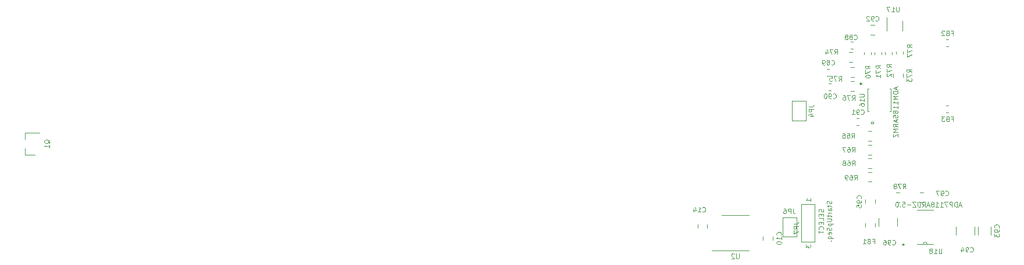
<source format=gbr>
G04 #@! TF.GenerationSoftware,KiCad,Pcbnew,(5.1.2)-1*
G04 #@! TF.CreationDate,2020-09-11T16:18:24+02:00*
G04 #@! TF.ProjectId,AFE_1CH_2V0,4146455f-3143-4485-9f32-56302e6b6963,3.1*
G04 #@! TF.SameCoordinates,Original*
G04 #@! TF.FileFunction,Legend,Bot*
G04 #@! TF.FilePolarity,Positive*
%FSLAX46Y46*%
G04 Gerber Fmt 4.6, Leading zero omitted, Abs format (unit mm)*
G04 Created by KiCad (PCBNEW (5.1.2)-1) date 2020-09-11 16:18:24*
%MOMM*%
%LPD*%
G04 APERTURE LIST*
%ADD10C,0.100000*%
G04 APERTURE END LIST*
D10*
X212496833Y-82340666D02*
X212530166Y-82440666D01*
X212530166Y-82607333D01*
X212496833Y-82674000D01*
X212463500Y-82707333D01*
X212396833Y-82740666D01*
X212330166Y-82740666D01*
X212263500Y-82707333D01*
X212230166Y-82674000D01*
X212196833Y-82607333D01*
X212163500Y-82474000D01*
X212130166Y-82407333D01*
X212096833Y-82374000D01*
X212030166Y-82340666D01*
X211963500Y-82340666D01*
X211896833Y-82374000D01*
X211863500Y-82407333D01*
X211830166Y-82474000D01*
X211830166Y-82640666D01*
X211863500Y-82740666D01*
X212163500Y-83040666D02*
X212163500Y-83274000D01*
X212530166Y-83374000D02*
X212530166Y-83040666D01*
X211830166Y-83040666D01*
X211830166Y-83374000D01*
X212530166Y-84007333D02*
X212530166Y-83674000D01*
X211830166Y-83674000D01*
X212163500Y-84240666D02*
X212163500Y-84474000D01*
X212530166Y-84574000D02*
X212530166Y-84240666D01*
X211830166Y-84240666D01*
X211830166Y-84574000D01*
X212463500Y-85274000D02*
X212496833Y-85240666D01*
X212530166Y-85140666D01*
X212530166Y-85074000D01*
X212496833Y-84974000D01*
X212430166Y-84907333D01*
X212363500Y-84874000D01*
X212230166Y-84840666D01*
X212130166Y-84840666D01*
X211996833Y-84874000D01*
X211930166Y-84907333D01*
X211863500Y-84974000D01*
X211830166Y-85074000D01*
X211830166Y-85140666D01*
X211863500Y-85240666D01*
X211896833Y-85274000D01*
X211830166Y-85474000D02*
X211830166Y-85874000D01*
X212530166Y-85674000D02*
X211830166Y-85674000D01*
X213646833Y-81140666D02*
X213680166Y-81240666D01*
X213680166Y-81407333D01*
X213646833Y-81474000D01*
X213613500Y-81507333D01*
X213546833Y-81540666D01*
X213480166Y-81540666D01*
X213413500Y-81507333D01*
X213380166Y-81474000D01*
X213346833Y-81407333D01*
X213313500Y-81274000D01*
X213280166Y-81207333D01*
X213246833Y-81174000D01*
X213180166Y-81140666D01*
X213113500Y-81140666D01*
X213046833Y-81174000D01*
X213013500Y-81207333D01*
X212980166Y-81274000D01*
X212980166Y-81440666D01*
X213013500Y-81540666D01*
X213213500Y-81740666D02*
X213213500Y-82007333D01*
X212980166Y-81840666D02*
X213580166Y-81840666D01*
X213646833Y-81874000D01*
X213680166Y-81940666D01*
X213680166Y-82007333D01*
X213680166Y-82540666D02*
X213313500Y-82540666D01*
X213246833Y-82507333D01*
X213213500Y-82440666D01*
X213213500Y-82307333D01*
X213246833Y-82240666D01*
X213646833Y-82540666D02*
X213680166Y-82474000D01*
X213680166Y-82307333D01*
X213646833Y-82240666D01*
X213580166Y-82207333D01*
X213513500Y-82207333D01*
X213446833Y-82240666D01*
X213413500Y-82307333D01*
X213413500Y-82474000D01*
X213380166Y-82540666D01*
X213680166Y-82874000D02*
X213213500Y-82874000D01*
X213346833Y-82874000D02*
X213280166Y-82907333D01*
X213246833Y-82940666D01*
X213213500Y-83007333D01*
X213213500Y-83074000D01*
X213213500Y-83207333D02*
X213213500Y-83474000D01*
X212980166Y-83307333D02*
X213580166Y-83307333D01*
X213646833Y-83340666D01*
X213680166Y-83407333D01*
X213680166Y-83474000D01*
X212980166Y-83707333D02*
X213546833Y-83707333D01*
X213613500Y-83740666D01*
X213646833Y-83774000D01*
X213680166Y-83840666D01*
X213680166Y-83974000D01*
X213646833Y-84040666D01*
X213613500Y-84074000D01*
X213546833Y-84107333D01*
X212980166Y-84107333D01*
X213213500Y-84440666D02*
X213913500Y-84440666D01*
X213246833Y-84440666D02*
X213213500Y-84507333D01*
X213213500Y-84640666D01*
X213246833Y-84707333D01*
X213280166Y-84740666D01*
X213346833Y-84774000D01*
X213546833Y-84774000D01*
X213613500Y-84740666D01*
X213646833Y-84707333D01*
X213680166Y-84640666D01*
X213680166Y-84507333D01*
X213646833Y-84440666D01*
X213646833Y-85040666D02*
X213680166Y-85140666D01*
X213680166Y-85307333D01*
X213646833Y-85374000D01*
X213613500Y-85407333D01*
X213546833Y-85440666D01*
X213480166Y-85440666D01*
X213413500Y-85407333D01*
X213380166Y-85374000D01*
X213346833Y-85307333D01*
X213313500Y-85174000D01*
X213280166Y-85107333D01*
X213246833Y-85074000D01*
X213180166Y-85040666D01*
X213113500Y-85040666D01*
X213046833Y-85074000D01*
X213013500Y-85107333D01*
X212980166Y-85174000D01*
X212980166Y-85340666D01*
X213013500Y-85440666D01*
X213646833Y-86007333D02*
X213680166Y-85940666D01*
X213680166Y-85807333D01*
X213646833Y-85740666D01*
X213580166Y-85707333D01*
X213313500Y-85707333D01*
X213246833Y-85740666D01*
X213213500Y-85807333D01*
X213213500Y-85940666D01*
X213246833Y-86007333D01*
X213313500Y-86040666D01*
X213380166Y-86040666D01*
X213446833Y-85707333D01*
X213213500Y-86640666D02*
X213913500Y-86640666D01*
X213646833Y-86640666D02*
X213680166Y-86574000D01*
X213680166Y-86440666D01*
X213646833Y-86374000D01*
X213613500Y-86340666D01*
X213546833Y-86307333D01*
X213346833Y-86307333D01*
X213280166Y-86340666D01*
X213246833Y-86374000D01*
X213213500Y-86440666D01*
X213213500Y-86574000D01*
X213246833Y-86640666D01*
X213613500Y-86974000D02*
X213646833Y-87007333D01*
X213680166Y-86974000D01*
X213646833Y-86940666D01*
X213613500Y-86974000D01*
X213680166Y-86974000D01*
X199679600Y-88366000D02*
X196229600Y-88366000D01*
X199679600Y-88366000D02*
X201629600Y-88366000D01*
X199679600Y-83246000D02*
X197729600Y-83246000D01*
X199679600Y-83246000D02*
X201629600Y-83246000D01*
X203709200Y-86821778D02*
X203709200Y-86304622D01*
X205129200Y-86821778D02*
X205129200Y-86304622D01*
X194184200Y-85048578D02*
X194184200Y-84531422D01*
X195604200Y-85048578D02*
X195604200Y-84531422D01*
X207940400Y-69370400D02*
X209940400Y-69370400D01*
X207940400Y-66570400D02*
X207940400Y-69370400D01*
X209940400Y-66570400D02*
X207940400Y-66570400D01*
X209940400Y-69370400D02*
X209940400Y-66570400D01*
X208568800Y-86337600D02*
X208568800Y-83537600D01*
X208568800Y-83537600D02*
X206568800Y-83537600D01*
X206568800Y-83537600D02*
X206568800Y-86337600D01*
X206568800Y-86337600D02*
X208568800Y-86337600D01*
X216824779Y-57859200D02*
X216499221Y-57859200D01*
X216824779Y-58879200D02*
X216499221Y-58879200D01*
X213370379Y-62892400D02*
X213044821Y-62892400D01*
X213370379Y-61872400D02*
X213044821Y-61872400D01*
X213624379Y-63955200D02*
X213298821Y-63955200D01*
X213624379Y-64975200D02*
X213298821Y-64975200D01*
X219917778Y-55474800D02*
X219400622Y-55474800D01*
X219917778Y-56894800D02*
X219400622Y-56894800D01*
X236876000Y-86085764D02*
X236876000Y-84881636D01*
X235056000Y-86085764D02*
X235056000Y-84881636D01*
X234532000Y-86085764D02*
X234532000Y-84881636D01*
X231812000Y-86085764D02*
X231812000Y-84881636D01*
X220013600Y-81475078D02*
X220013600Y-80957922D01*
X218593600Y-81475078D02*
X218593600Y-80957922D01*
X220534400Y-84815764D02*
X220534400Y-83611636D01*
X223254400Y-84815764D02*
X223254400Y-83611636D01*
X226563422Y-79947700D02*
X227080578Y-79947700D01*
X226563422Y-81367700D02*
X227080578Y-81367700D01*
X220013600Y-84929478D02*
X220013600Y-84412322D01*
X218593600Y-84929478D02*
X218593600Y-84412322D01*
X96217200Y-74376400D02*
X96217200Y-73446400D01*
X96217200Y-71216400D02*
X96217200Y-72146400D01*
X96217200Y-71216400D02*
X98377200Y-71216400D01*
X96217200Y-74376400D02*
X97677200Y-74376400D01*
X218994222Y-70968800D02*
X219511378Y-70968800D01*
X218994222Y-72388800D02*
X219511378Y-72388800D01*
X218994222Y-74370000D02*
X219511378Y-74370000D01*
X218994222Y-72950000D02*
X219511378Y-72950000D01*
X218994222Y-74931200D02*
X219511378Y-74931200D01*
X218994222Y-76351200D02*
X219511378Y-76351200D01*
X218994222Y-78332400D02*
X219511378Y-78332400D01*
X218994222Y-76912400D02*
X219511378Y-76912400D01*
X219458000Y-59751179D02*
X219458000Y-59425621D01*
X218438000Y-59751179D02*
X218438000Y-59425621D01*
X220982000Y-59425621D02*
X220982000Y-59751179D01*
X219962000Y-59425621D02*
X219962000Y-59751179D01*
X221486000Y-59725679D02*
X221486000Y-59400121D01*
X222506000Y-59725679D02*
X222506000Y-59400121D01*
X222657600Y-63047378D02*
X222657600Y-62530222D01*
X224077600Y-63047378D02*
X224077600Y-62530222D01*
X216717378Y-60857200D02*
X216200222Y-60857200D01*
X216717378Y-59437200D02*
X216200222Y-59437200D01*
X216971378Y-61621600D02*
X216454222Y-61621600D01*
X216971378Y-63041600D02*
X216454222Y-63041600D01*
X216971378Y-63653600D02*
X216454222Y-63653600D01*
X216971378Y-65073600D02*
X216454222Y-65073600D01*
X223060800Y-59374821D02*
X223060800Y-59700379D01*
X224080800Y-59374821D02*
X224080800Y-59700379D01*
X223081322Y-81367700D02*
X223598478Y-81367700D01*
X223081322Y-79947700D02*
X223598478Y-79947700D01*
X222300800Y-64719200D02*
X222300800Y-68072000D01*
X222300800Y-68072000D02*
X222122241Y-68072000D01*
X218948000Y-68072000D02*
X218948000Y-64719200D01*
X218948000Y-64719200D02*
X219126559Y-64719200D01*
X222122241Y-64719200D02*
X222300800Y-64719200D01*
X219126559Y-68072000D02*
X218948000Y-68072000D01*
X219433899Y-69831699D02*
X219814899Y-69831699D01*
X219814899Y-69831699D02*
X219814899Y-69577699D01*
X219814899Y-69577699D02*
X219433899Y-69577699D01*
X219433899Y-69577699D02*
X219433899Y-69831699D01*
X221699600Y-56260000D02*
X221699600Y-54360000D01*
X224019600Y-54860000D02*
X224019600Y-56260000D01*
X226150696Y-82473800D02*
X228509304Y-82473800D01*
X228509304Y-87477600D02*
X226150696Y-87477600D01*
X227025200Y-87477600D02*
G75*
G02X227634800Y-87477600I304800J0D01*
G01*
X217688379Y-69086000D02*
X217362821Y-69086000D01*
X217688379Y-70106000D02*
X217362821Y-70106000D01*
X211262000Y-81578000D02*
X209312000Y-81578000D01*
X211262000Y-87078000D02*
X211262000Y-81578000D01*
X209312000Y-87078000D02*
X211262000Y-87078000D01*
X209312000Y-81578000D02*
X209312000Y-87078000D01*
X230731279Y-58612500D02*
X230405721Y-58612500D01*
X230731279Y-57592500D02*
X230405721Y-57592500D01*
X230405721Y-68264500D02*
X230731279Y-68264500D01*
X230405721Y-67244500D02*
X230731279Y-67244500D01*
X200212933Y-88822666D02*
X200212933Y-89389333D01*
X200179600Y-89456000D01*
X200146266Y-89489333D01*
X200079600Y-89522666D01*
X199946266Y-89522666D01*
X199879600Y-89489333D01*
X199846266Y-89456000D01*
X199812933Y-89389333D01*
X199812933Y-88822666D01*
X199512933Y-88889333D02*
X199479600Y-88856000D01*
X199412933Y-88822666D01*
X199246266Y-88822666D01*
X199179600Y-88856000D01*
X199146266Y-88889333D01*
X199112933Y-88956000D01*
X199112933Y-89022666D01*
X199146266Y-89122666D01*
X199546266Y-89522666D01*
X199112933Y-89522666D01*
X206319200Y-86113200D02*
X206352533Y-86079866D01*
X206385866Y-85979866D01*
X206385866Y-85913200D01*
X206352533Y-85813200D01*
X206285866Y-85746533D01*
X206219200Y-85713200D01*
X206085866Y-85679866D01*
X205985866Y-85679866D01*
X205852533Y-85713200D01*
X205785866Y-85746533D01*
X205719200Y-85813200D01*
X205685866Y-85913200D01*
X205685866Y-85979866D01*
X205719200Y-86079866D01*
X205752533Y-86113200D01*
X206385866Y-86779866D02*
X206385866Y-86379866D01*
X206385866Y-86579866D02*
X205685866Y-86579866D01*
X205785866Y-86513200D01*
X205852533Y-86446533D01*
X205885866Y-86379866D01*
X205685866Y-87213200D02*
X205685866Y-87279866D01*
X205719200Y-87346533D01*
X205752533Y-87379866D01*
X205819200Y-87413200D01*
X205952533Y-87446533D01*
X206119200Y-87446533D01*
X206252533Y-87413200D01*
X206319200Y-87379866D01*
X206352533Y-87346533D01*
X206385866Y-87279866D01*
X206385866Y-87213200D01*
X206352533Y-87146533D01*
X206319200Y-87113200D01*
X206252533Y-87079866D01*
X206119200Y-87046533D01*
X205952533Y-87046533D01*
X205819200Y-87079866D01*
X205752533Y-87113200D01*
X205719200Y-87146533D01*
X205685866Y-87213200D01*
X194900200Y-82678000D02*
X194933533Y-82711333D01*
X195033533Y-82744666D01*
X195100200Y-82744666D01*
X195200200Y-82711333D01*
X195266866Y-82644666D01*
X195300200Y-82578000D01*
X195333533Y-82444666D01*
X195333533Y-82344666D01*
X195300200Y-82211333D01*
X195266866Y-82144666D01*
X195200200Y-82078000D01*
X195100200Y-82044666D01*
X195033533Y-82044666D01*
X194933533Y-82078000D01*
X194900200Y-82111333D01*
X194233533Y-82744666D02*
X194633533Y-82744666D01*
X194433533Y-82744666D02*
X194433533Y-82044666D01*
X194500200Y-82144666D01*
X194566866Y-82211333D01*
X194633533Y-82244666D01*
X193633533Y-82278000D02*
X193633533Y-82744666D01*
X193800200Y-82011333D02*
X193966866Y-82511333D01*
X193533533Y-82511333D01*
X210357066Y-67387066D02*
X210857066Y-67387066D01*
X210957066Y-67353733D01*
X211023733Y-67287066D01*
X211057066Y-67187066D01*
X211057066Y-67120400D01*
X211057066Y-67720400D02*
X210357066Y-67720400D01*
X210357066Y-67987066D01*
X210390400Y-68053733D01*
X210423733Y-68087066D01*
X210490400Y-68120400D01*
X210590400Y-68120400D01*
X210657066Y-68087066D01*
X210690400Y-68053733D01*
X210723733Y-67987066D01*
X210723733Y-67720400D01*
X210590400Y-68720400D02*
X211057066Y-68720400D01*
X210323733Y-68553733D02*
X210823733Y-68387066D01*
X210823733Y-68820400D01*
X208101333Y-82268266D02*
X208101333Y-82768266D01*
X208134666Y-82868266D01*
X208201333Y-82934933D01*
X208301333Y-82968266D01*
X208368000Y-82968266D01*
X207768000Y-82968266D02*
X207768000Y-82268266D01*
X207501333Y-82268266D01*
X207434666Y-82301600D01*
X207401333Y-82334933D01*
X207368000Y-82401600D01*
X207368000Y-82501600D01*
X207401333Y-82568266D01*
X207434666Y-82601600D01*
X207501333Y-82634933D01*
X207768000Y-82634933D01*
X206768000Y-82268266D02*
X206901333Y-82268266D01*
X206968000Y-82301600D01*
X207001333Y-82334933D01*
X207068000Y-82434933D01*
X207101333Y-82568266D01*
X207101333Y-82834933D01*
X207068000Y-82901600D01*
X207034666Y-82934933D01*
X206968000Y-82968266D01*
X206834666Y-82968266D01*
X206768000Y-82934933D01*
X206734666Y-82901600D01*
X206701333Y-82834933D01*
X206701333Y-82668266D01*
X206734666Y-82601600D01*
X206768000Y-82568266D01*
X206834666Y-82534933D01*
X206968000Y-82534933D01*
X207034666Y-82568266D01*
X207068000Y-82601600D01*
X207101333Y-82668266D01*
X216959600Y-57501600D02*
X216992933Y-57534933D01*
X217092933Y-57568266D01*
X217159600Y-57568266D01*
X217259600Y-57534933D01*
X217326266Y-57468266D01*
X217359600Y-57401600D01*
X217392933Y-57268266D01*
X217392933Y-57168266D01*
X217359600Y-57034933D01*
X217326266Y-56968266D01*
X217259600Y-56901600D01*
X217159600Y-56868266D01*
X217092933Y-56868266D01*
X216992933Y-56901600D01*
X216959600Y-56934933D01*
X216559600Y-57168266D02*
X216626266Y-57134933D01*
X216659600Y-57101600D01*
X216692933Y-57034933D01*
X216692933Y-57001600D01*
X216659600Y-56934933D01*
X216626266Y-56901600D01*
X216559600Y-56868266D01*
X216426266Y-56868266D01*
X216359600Y-56901600D01*
X216326266Y-56934933D01*
X216292933Y-57001600D01*
X216292933Y-57034933D01*
X216326266Y-57101600D01*
X216359600Y-57134933D01*
X216426266Y-57168266D01*
X216559600Y-57168266D01*
X216626266Y-57201600D01*
X216659600Y-57234933D01*
X216692933Y-57301600D01*
X216692933Y-57434933D01*
X216659600Y-57501600D01*
X216626266Y-57534933D01*
X216559600Y-57568266D01*
X216426266Y-57568266D01*
X216359600Y-57534933D01*
X216326266Y-57501600D01*
X216292933Y-57434933D01*
X216292933Y-57301600D01*
X216326266Y-57234933D01*
X216359600Y-57201600D01*
X216426266Y-57168266D01*
X215892933Y-57168266D02*
X215959600Y-57134933D01*
X215992933Y-57101600D01*
X216026266Y-57034933D01*
X216026266Y-57001600D01*
X215992933Y-56934933D01*
X215959600Y-56901600D01*
X215892933Y-56868266D01*
X215759600Y-56868266D01*
X215692933Y-56901600D01*
X215659600Y-56934933D01*
X215626266Y-57001600D01*
X215626266Y-57034933D01*
X215659600Y-57101600D01*
X215692933Y-57134933D01*
X215759600Y-57168266D01*
X215892933Y-57168266D01*
X215959600Y-57201600D01*
X215992933Y-57234933D01*
X216026266Y-57301600D01*
X216026266Y-57434933D01*
X215992933Y-57501600D01*
X215959600Y-57534933D01*
X215892933Y-57568266D01*
X215759600Y-57568266D01*
X215692933Y-57534933D01*
X215659600Y-57501600D01*
X215626266Y-57434933D01*
X215626266Y-57301600D01*
X215659600Y-57234933D01*
X215692933Y-57201600D01*
X215759600Y-57168266D01*
X213657600Y-61202400D02*
X213690933Y-61235733D01*
X213790933Y-61269066D01*
X213857600Y-61269066D01*
X213957600Y-61235733D01*
X214024266Y-61169066D01*
X214057600Y-61102400D01*
X214090933Y-60969066D01*
X214090933Y-60869066D01*
X214057600Y-60735733D01*
X214024266Y-60669066D01*
X213957600Y-60602400D01*
X213857600Y-60569066D01*
X213790933Y-60569066D01*
X213690933Y-60602400D01*
X213657600Y-60635733D01*
X213257600Y-60869066D02*
X213324266Y-60835733D01*
X213357600Y-60802400D01*
X213390933Y-60735733D01*
X213390933Y-60702400D01*
X213357600Y-60635733D01*
X213324266Y-60602400D01*
X213257600Y-60569066D01*
X213124266Y-60569066D01*
X213057600Y-60602400D01*
X213024266Y-60635733D01*
X212990933Y-60702400D01*
X212990933Y-60735733D01*
X213024266Y-60802400D01*
X213057600Y-60835733D01*
X213124266Y-60869066D01*
X213257600Y-60869066D01*
X213324266Y-60902400D01*
X213357600Y-60935733D01*
X213390933Y-61002400D01*
X213390933Y-61135733D01*
X213357600Y-61202400D01*
X213324266Y-61235733D01*
X213257600Y-61269066D01*
X213124266Y-61269066D01*
X213057600Y-61235733D01*
X213024266Y-61202400D01*
X212990933Y-61135733D01*
X212990933Y-61002400D01*
X213024266Y-60935733D01*
X213057600Y-60902400D01*
X213124266Y-60869066D01*
X212657600Y-61269066D02*
X212524266Y-61269066D01*
X212457600Y-61235733D01*
X212424266Y-61202400D01*
X212357600Y-61102400D01*
X212324266Y-60969066D01*
X212324266Y-60702400D01*
X212357600Y-60635733D01*
X212390933Y-60602400D01*
X212457600Y-60569066D01*
X212590933Y-60569066D01*
X212657600Y-60602400D01*
X212690933Y-60635733D01*
X212724266Y-60702400D01*
X212724266Y-60869066D01*
X212690933Y-60935733D01*
X212657600Y-60969066D01*
X212590933Y-61002400D01*
X212457600Y-61002400D01*
X212390933Y-60969066D01*
X212357600Y-60935733D01*
X212324266Y-60869066D01*
X213911600Y-66086800D02*
X213944933Y-66120133D01*
X214044933Y-66153466D01*
X214111600Y-66153466D01*
X214211600Y-66120133D01*
X214278266Y-66053466D01*
X214311600Y-65986800D01*
X214344933Y-65853466D01*
X214344933Y-65753466D01*
X214311600Y-65620133D01*
X214278266Y-65553466D01*
X214211600Y-65486800D01*
X214111600Y-65453466D01*
X214044933Y-65453466D01*
X213944933Y-65486800D01*
X213911600Y-65520133D01*
X213578266Y-66153466D02*
X213444933Y-66153466D01*
X213378266Y-66120133D01*
X213344933Y-66086800D01*
X213278266Y-65986800D01*
X213244933Y-65853466D01*
X213244933Y-65586800D01*
X213278266Y-65520133D01*
X213311600Y-65486800D01*
X213378266Y-65453466D01*
X213511600Y-65453466D01*
X213578266Y-65486800D01*
X213611600Y-65520133D01*
X213644933Y-65586800D01*
X213644933Y-65753466D01*
X213611600Y-65820133D01*
X213578266Y-65853466D01*
X213511600Y-65886800D01*
X213378266Y-65886800D01*
X213311600Y-65853466D01*
X213278266Y-65820133D01*
X213244933Y-65753466D01*
X212811600Y-65453466D02*
X212744933Y-65453466D01*
X212678266Y-65486800D01*
X212644933Y-65520133D01*
X212611600Y-65586800D01*
X212578266Y-65720133D01*
X212578266Y-65886800D01*
X212611600Y-66020133D01*
X212644933Y-66086800D01*
X212678266Y-66120133D01*
X212744933Y-66153466D01*
X212811600Y-66153466D01*
X212878266Y-66120133D01*
X212911600Y-66086800D01*
X212944933Y-66020133D01*
X212978266Y-65886800D01*
X212978266Y-65720133D01*
X212944933Y-65586800D01*
X212911600Y-65520133D01*
X212878266Y-65486800D01*
X212811600Y-65453466D01*
X220109200Y-54784800D02*
X220142533Y-54818133D01*
X220242533Y-54851466D01*
X220309200Y-54851466D01*
X220409200Y-54818133D01*
X220475866Y-54751466D01*
X220509200Y-54684800D01*
X220542533Y-54551466D01*
X220542533Y-54451466D01*
X220509200Y-54318133D01*
X220475866Y-54251466D01*
X220409200Y-54184800D01*
X220309200Y-54151466D01*
X220242533Y-54151466D01*
X220142533Y-54184800D01*
X220109200Y-54218133D01*
X219775866Y-54851466D02*
X219642533Y-54851466D01*
X219575866Y-54818133D01*
X219542533Y-54784800D01*
X219475866Y-54684800D01*
X219442533Y-54551466D01*
X219442533Y-54284800D01*
X219475866Y-54218133D01*
X219509200Y-54184800D01*
X219575866Y-54151466D01*
X219709200Y-54151466D01*
X219775866Y-54184800D01*
X219809200Y-54218133D01*
X219842533Y-54284800D01*
X219842533Y-54451466D01*
X219809200Y-54518133D01*
X219775866Y-54551466D01*
X219709200Y-54584800D01*
X219575866Y-54584800D01*
X219509200Y-54551466D01*
X219475866Y-54518133D01*
X219442533Y-54451466D01*
X219175866Y-54218133D02*
X219142533Y-54184800D01*
X219075866Y-54151466D01*
X218909200Y-54151466D01*
X218842533Y-54184800D01*
X218809200Y-54218133D01*
X218775866Y-54284800D01*
X218775866Y-54351466D01*
X218809200Y-54451466D01*
X219209200Y-54851466D01*
X218775866Y-54851466D01*
X238036000Y-85033700D02*
X238069333Y-85000366D01*
X238102666Y-84900366D01*
X238102666Y-84833700D01*
X238069333Y-84733700D01*
X238002666Y-84667033D01*
X237936000Y-84633700D01*
X237802666Y-84600366D01*
X237702666Y-84600366D01*
X237569333Y-84633700D01*
X237502666Y-84667033D01*
X237436000Y-84733700D01*
X237402666Y-84833700D01*
X237402666Y-84900366D01*
X237436000Y-85000366D01*
X237469333Y-85033700D01*
X238102666Y-85367033D02*
X238102666Y-85500366D01*
X238069333Y-85567033D01*
X238036000Y-85600366D01*
X237936000Y-85667033D01*
X237802666Y-85700366D01*
X237536000Y-85700366D01*
X237469333Y-85667033D01*
X237436000Y-85633700D01*
X237402666Y-85567033D01*
X237402666Y-85433700D01*
X237436000Y-85367033D01*
X237469333Y-85333700D01*
X237536000Y-85300366D01*
X237702666Y-85300366D01*
X237769333Y-85333700D01*
X237802666Y-85367033D01*
X237836000Y-85433700D01*
X237836000Y-85567033D01*
X237802666Y-85633700D01*
X237769333Y-85667033D01*
X237702666Y-85700366D01*
X237402666Y-85933700D02*
X237402666Y-86367033D01*
X237669333Y-86133700D01*
X237669333Y-86233700D01*
X237702666Y-86300366D01*
X237736000Y-86333700D01*
X237802666Y-86367033D01*
X237969333Y-86367033D01*
X238036000Y-86333700D01*
X238069333Y-86300366D01*
X238102666Y-86233700D01*
X238102666Y-86033700D01*
X238069333Y-85967033D01*
X238036000Y-85933700D01*
X233876000Y-88515000D02*
X233909333Y-88548333D01*
X234009333Y-88581666D01*
X234076000Y-88581666D01*
X234176000Y-88548333D01*
X234242666Y-88481666D01*
X234276000Y-88415000D01*
X234309333Y-88281666D01*
X234309333Y-88181666D01*
X234276000Y-88048333D01*
X234242666Y-87981666D01*
X234176000Y-87915000D01*
X234076000Y-87881666D01*
X234009333Y-87881666D01*
X233909333Y-87915000D01*
X233876000Y-87948333D01*
X233542666Y-88581666D02*
X233409333Y-88581666D01*
X233342666Y-88548333D01*
X233309333Y-88515000D01*
X233242666Y-88415000D01*
X233209333Y-88281666D01*
X233209333Y-88015000D01*
X233242666Y-87948333D01*
X233276000Y-87915000D01*
X233342666Y-87881666D01*
X233476000Y-87881666D01*
X233542666Y-87915000D01*
X233576000Y-87948333D01*
X233609333Y-88015000D01*
X233609333Y-88181666D01*
X233576000Y-88248333D01*
X233542666Y-88281666D01*
X233476000Y-88315000D01*
X233342666Y-88315000D01*
X233276000Y-88281666D01*
X233242666Y-88248333D01*
X233209333Y-88181666D01*
X232609333Y-88115000D02*
X232609333Y-88581666D01*
X232776000Y-87848333D02*
X232942666Y-88348333D01*
X232509333Y-88348333D01*
X217978800Y-80766500D02*
X218012133Y-80733166D01*
X218045466Y-80633166D01*
X218045466Y-80566500D01*
X218012133Y-80466500D01*
X217945466Y-80399833D01*
X217878800Y-80366500D01*
X217745466Y-80333166D01*
X217645466Y-80333166D01*
X217512133Y-80366500D01*
X217445466Y-80399833D01*
X217378800Y-80466500D01*
X217345466Y-80566500D01*
X217345466Y-80633166D01*
X217378800Y-80733166D01*
X217412133Y-80766500D01*
X218045466Y-81099833D02*
X218045466Y-81233166D01*
X218012133Y-81299833D01*
X217978800Y-81333166D01*
X217878800Y-81399833D01*
X217745466Y-81433166D01*
X217478800Y-81433166D01*
X217412133Y-81399833D01*
X217378800Y-81366500D01*
X217345466Y-81299833D01*
X217345466Y-81166500D01*
X217378800Y-81099833D01*
X217412133Y-81066500D01*
X217478800Y-81033166D01*
X217645466Y-81033166D01*
X217712133Y-81066500D01*
X217745466Y-81099833D01*
X217778800Y-81166500D01*
X217778800Y-81299833D01*
X217745466Y-81366500D01*
X217712133Y-81399833D01*
X217645466Y-81433166D01*
X217345466Y-82066500D02*
X217345466Y-81733166D01*
X217678800Y-81699833D01*
X217645466Y-81733166D01*
X217612133Y-81799833D01*
X217612133Y-81966500D01*
X217645466Y-82033166D01*
X217678800Y-82066500D01*
X217745466Y-82099833D01*
X217912133Y-82099833D01*
X217978800Y-82066500D01*
X218012133Y-82033166D01*
X218045466Y-81966500D01*
X218045466Y-81799833D01*
X218012133Y-81733166D01*
X217978800Y-81699833D01*
X222547600Y-87460900D02*
X222580933Y-87494233D01*
X222680933Y-87527566D01*
X222747600Y-87527566D01*
X222847600Y-87494233D01*
X222914266Y-87427566D01*
X222947600Y-87360900D01*
X222980933Y-87227566D01*
X222980933Y-87127566D01*
X222947600Y-86994233D01*
X222914266Y-86927566D01*
X222847600Y-86860900D01*
X222747600Y-86827566D01*
X222680933Y-86827566D01*
X222580933Y-86860900D01*
X222547600Y-86894233D01*
X222214266Y-87527566D02*
X222080933Y-87527566D01*
X222014266Y-87494233D01*
X221980933Y-87460900D01*
X221914266Y-87360900D01*
X221880933Y-87227566D01*
X221880933Y-86960900D01*
X221914266Y-86894233D01*
X221947600Y-86860900D01*
X222014266Y-86827566D01*
X222147600Y-86827566D01*
X222214266Y-86860900D01*
X222247600Y-86894233D01*
X222280933Y-86960900D01*
X222280933Y-87127566D01*
X222247600Y-87194233D01*
X222214266Y-87227566D01*
X222147600Y-87260900D01*
X222014266Y-87260900D01*
X221947600Y-87227566D01*
X221914266Y-87194233D01*
X221880933Y-87127566D01*
X221280933Y-86827566D02*
X221414266Y-86827566D01*
X221480933Y-86860900D01*
X221514266Y-86894233D01*
X221580933Y-86994233D01*
X221614266Y-87127566D01*
X221614266Y-87394233D01*
X221580933Y-87460900D01*
X221547600Y-87494233D01*
X221480933Y-87527566D01*
X221347600Y-87527566D01*
X221280933Y-87494233D01*
X221247600Y-87460900D01*
X221214266Y-87394233D01*
X221214266Y-87227566D01*
X221247600Y-87160900D01*
X221280933Y-87127566D01*
X221347600Y-87094233D01*
X221480933Y-87094233D01*
X221547600Y-87127566D01*
X221580933Y-87160900D01*
X221614266Y-87227566D01*
X230269200Y-80298100D02*
X230302533Y-80331433D01*
X230402533Y-80364766D01*
X230469200Y-80364766D01*
X230569200Y-80331433D01*
X230635866Y-80264766D01*
X230669200Y-80198100D01*
X230702533Y-80064766D01*
X230702533Y-79964766D01*
X230669200Y-79831433D01*
X230635866Y-79764766D01*
X230569200Y-79698100D01*
X230469200Y-79664766D01*
X230402533Y-79664766D01*
X230302533Y-79698100D01*
X230269200Y-79731433D01*
X229935866Y-80364766D02*
X229802533Y-80364766D01*
X229735866Y-80331433D01*
X229702533Y-80298100D01*
X229635866Y-80198100D01*
X229602533Y-80064766D01*
X229602533Y-79798100D01*
X229635866Y-79731433D01*
X229669200Y-79698100D01*
X229735866Y-79664766D01*
X229869200Y-79664766D01*
X229935866Y-79698100D01*
X229969200Y-79731433D01*
X230002533Y-79798100D01*
X230002533Y-79964766D01*
X229969200Y-80031433D01*
X229935866Y-80064766D01*
X229869200Y-80098100D01*
X229735866Y-80098100D01*
X229669200Y-80064766D01*
X229635866Y-80031433D01*
X229602533Y-79964766D01*
X229369200Y-79664766D02*
X228902533Y-79664766D01*
X229202533Y-80364766D01*
X219683733Y-87008500D02*
X219917066Y-87008500D01*
X219917066Y-87375166D02*
X219917066Y-86675166D01*
X219583733Y-86675166D01*
X219083733Y-87008500D02*
X218983733Y-87041833D01*
X218950400Y-87075166D01*
X218917066Y-87141833D01*
X218917066Y-87241833D01*
X218950400Y-87308500D01*
X218983733Y-87341833D01*
X219050400Y-87375166D01*
X219317066Y-87375166D01*
X219317066Y-86675166D01*
X219083733Y-86675166D01*
X219017066Y-86708500D01*
X218983733Y-86741833D01*
X218950400Y-86808500D01*
X218950400Y-86875166D01*
X218983733Y-86941833D01*
X219017066Y-86975166D01*
X219083733Y-87008500D01*
X219317066Y-87008500D01*
X218250400Y-87375166D02*
X218650400Y-87375166D01*
X218450400Y-87375166D02*
X218450400Y-86675166D01*
X218517066Y-86775166D01*
X218583733Y-86841833D01*
X218650400Y-86875166D01*
X99849733Y-72729733D02*
X99816400Y-72663066D01*
X99749733Y-72596400D01*
X99649733Y-72496400D01*
X99616400Y-72429733D01*
X99616400Y-72363066D01*
X99783066Y-72396400D02*
X99749733Y-72329733D01*
X99683066Y-72263066D01*
X99549733Y-72229733D01*
X99316400Y-72229733D01*
X99183066Y-72263066D01*
X99116400Y-72329733D01*
X99083066Y-72396400D01*
X99083066Y-72529733D01*
X99116400Y-72596400D01*
X99183066Y-72663066D01*
X99316400Y-72696400D01*
X99549733Y-72696400D01*
X99683066Y-72663066D01*
X99749733Y-72596400D01*
X99783066Y-72529733D01*
X99783066Y-72396400D01*
X99783066Y-73363066D02*
X99783066Y-72963066D01*
X99783066Y-73163066D02*
X99083066Y-73163066D01*
X99183066Y-73096400D01*
X99249733Y-73029733D01*
X99283066Y-72963066D01*
X216604000Y-71944666D02*
X216837333Y-71611333D01*
X217004000Y-71944666D02*
X217004000Y-71244666D01*
X216737333Y-71244666D01*
X216670666Y-71278000D01*
X216637333Y-71311333D01*
X216604000Y-71378000D01*
X216604000Y-71478000D01*
X216637333Y-71544666D01*
X216670666Y-71578000D01*
X216737333Y-71611333D01*
X217004000Y-71611333D01*
X216004000Y-71244666D02*
X216137333Y-71244666D01*
X216204000Y-71278000D01*
X216237333Y-71311333D01*
X216304000Y-71411333D01*
X216337333Y-71544666D01*
X216337333Y-71811333D01*
X216304000Y-71878000D01*
X216270666Y-71911333D01*
X216204000Y-71944666D01*
X216070666Y-71944666D01*
X216004000Y-71911333D01*
X215970666Y-71878000D01*
X215937333Y-71811333D01*
X215937333Y-71644666D01*
X215970666Y-71578000D01*
X216004000Y-71544666D01*
X216070666Y-71511333D01*
X216204000Y-71511333D01*
X216270666Y-71544666D01*
X216304000Y-71578000D01*
X216337333Y-71644666D01*
X215337333Y-71244666D02*
X215470666Y-71244666D01*
X215537333Y-71278000D01*
X215570666Y-71311333D01*
X215637333Y-71411333D01*
X215670666Y-71544666D01*
X215670666Y-71811333D01*
X215637333Y-71878000D01*
X215604000Y-71911333D01*
X215537333Y-71944666D01*
X215404000Y-71944666D01*
X215337333Y-71911333D01*
X215304000Y-71878000D01*
X215270666Y-71811333D01*
X215270666Y-71644666D01*
X215304000Y-71578000D01*
X215337333Y-71544666D01*
X215404000Y-71511333D01*
X215537333Y-71511333D01*
X215604000Y-71544666D01*
X215637333Y-71578000D01*
X215670666Y-71644666D01*
X216654800Y-73976666D02*
X216888133Y-73643333D01*
X217054800Y-73976666D02*
X217054800Y-73276666D01*
X216788133Y-73276666D01*
X216721466Y-73310000D01*
X216688133Y-73343333D01*
X216654800Y-73410000D01*
X216654800Y-73510000D01*
X216688133Y-73576666D01*
X216721466Y-73610000D01*
X216788133Y-73643333D01*
X217054800Y-73643333D01*
X216054800Y-73276666D02*
X216188133Y-73276666D01*
X216254800Y-73310000D01*
X216288133Y-73343333D01*
X216354800Y-73443333D01*
X216388133Y-73576666D01*
X216388133Y-73843333D01*
X216354800Y-73910000D01*
X216321466Y-73943333D01*
X216254800Y-73976666D01*
X216121466Y-73976666D01*
X216054800Y-73943333D01*
X216021466Y-73910000D01*
X215988133Y-73843333D01*
X215988133Y-73676666D01*
X216021466Y-73610000D01*
X216054800Y-73576666D01*
X216121466Y-73543333D01*
X216254800Y-73543333D01*
X216321466Y-73576666D01*
X216354800Y-73610000D01*
X216388133Y-73676666D01*
X215754800Y-73276666D02*
X215288133Y-73276666D01*
X215588133Y-73976666D01*
X216654800Y-75957866D02*
X216888133Y-75624533D01*
X217054800Y-75957866D02*
X217054800Y-75257866D01*
X216788133Y-75257866D01*
X216721466Y-75291200D01*
X216688133Y-75324533D01*
X216654800Y-75391200D01*
X216654800Y-75491200D01*
X216688133Y-75557866D01*
X216721466Y-75591200D01*
X216788133Y-75624533D01*
X217054800Y-75624533D01*
X216054800Y-75257866D02*
X216188133Y-75257866D01*
X216254800Y-75291200D01*
X216288133Y-75324533D01*
X216354800Y-75424533D01*
X216388133Y-75557866D01*
X216388133Y-75824533D01*
X216354800Y-75891200D01*
X216321466Y-75924533D01*
X216254800Y-75957866D01*
X216121466Y-75957866D01*
X216054800Y-75924533D01*
X216021466Y-75891200D01*
X215988133Y-75824533D01*
X215988133Y-75657866D01*
X216021466Y-75591200D01*
X216054800Y-75557866D01*
X216121466Y-75524533D01*
X216254800Y-75524533D01*
X216321466Y-75557866D01*
X216354800Y-75591200D01*
X216388133Y-75657866D01*
X215588133Y-75557866D02*
X215654800Y-75524533D01*
X215688133Y-75491200D01*
X215721466Y-75424533D01*
X215721466Y-75391200D01*
X215688133Y-75324533D01*
X215654800Y-75291200D01*
X215588133Y-75257866D01*
X215454800Y-75257866D01*
X215388133Y-75291200D01*
X215354800Y-75324533D01*
X215321466Y-75391200D01*
X215321466Y-75424533D01*
X215354800Y-75491200D01*
X215388133Y-75524533D01*
X215454800Y-75557866D01*
X215588133Y-75557866D01*
X215654800Y-75591200D01*
X215688133Y-75624533D01*
X215721466Y-75691200D01*
X215721466Y-75824533D01*
X215688133Y-75891200D01*
X215654800Y-75924533D01*
X215588133Y-75957866D01*
X215454800Y-75957866D01*
X215388133Y-75924533D01*
X215354800Y-75891200D01*
X215321466Y-75824533D01*
X215321466Y-75691200D01*
X215354800Y-75624533D01*
X215388133Y-75591200D01*
X215454800Y-75557866D01*
X216985000Y-78040666D02*
X217218333Y-77707333D01*
X217385000Y-78040666D02*
X217385000Y-77340666D01*
X217118333Y-77340666D01*
X217051666Y-77374000D01*
X217018333Y-77407333D01*
X216985000Y-77474000D01*
X216985000Y-77574000D01*
X217018333Y-77640666D01*
X217051666Y-77674000D01*
X217118333Y-77707333D01*
X217385000Y-77707333D01*
X216385000Y-77340666D02*
X216518333Y-77340666D01*
X216585000Y-77374000D01*
X216618333Y-77407333D01*
X216685000Y-77507333D01*
X216718333Y-77640666D01*
X216718333Y-77907333D01*
X216685000Y-77974000D01*
X216651666Y-78007333D01*
X216585000Y-78040666D01*
X216451666Y-78040666D01*
X216385000Y-78007333D01*
X216351666Y-77974000D01*
X216318333Y-77907333D01*
X216318333Y-77740666D01*
X216351666Y-77674000D01*
X216385000Y-77640666D01*
X216451666Y-77607333D01*
X216585000Y-77607333D01*
X216651666Y-77640666D01*
X216685000Y-77674000D01*
X216718333Y-77740666D01*
X215985000Y-78040666D02*
X215851666Y-78040666D01*
X215785000Y-78007333D01*
X215751666Y-77974000D01*
X215685000Y-77874000D01*
X215651666Y-77740666D01*
X215651666Y-77474000D01*
X215685000Y-77407333D01*
X215718333Y-77374000D01*
X215785000Y-77340666D01*
X215918333Y-77340666D01*
X215985000Y-77374000D01*
X216018333Y-77407333D01*
X216051666Y-77474000D01*
X216051666Y-77640666D01*
X216018333Y-77707333D01*
X215985000Y-77740666D01*
X215918333Y-77774000D01*
X215785000Y-77774000D01*
X215718333Y-77740666D01*
X215685000Y-77707333D01*
X215651666Y-77640666D01*
X219315466Y-61830800D02*
X218982133Y-61597466D01*
X219315466Y-61430800D02*
X218615466Y-61430800D01*
X218615466Y-61697466D01*
X218648800Y-61764133D01*
X218682133Y-61797466D01*
X218748800Y-61830800D01*
X218848800Y-61830800D01*
X218915466Y-61797466D01*
X218948800Y-61764133D01*
X218982133Y-61697466D01*
X218982133Y-61430800D01*
X218615466Y-62064133D02*
X218615466Y-62530800D01*
X219315466Y-62230800D01*
X218615466Y-62930800D02*
X218615466Y-62997466D01*
X218648800Y-63064133D01*
X218682133Y-63097466D01*
X218748800Y-63130800D01*
X218882133Y-63164133D01*
X219048800Y-63164133D01*
X219182133Y-63130800D01*
X219248800Y-63097466D01*
X219282133Y-63064133D01*
X219315466Y-62997466D01*
X219315466Y-62930800D01*
X219282133Y-62864133D01*
X219248800Y-62830800D01*
X219182133Y-62797466D01*
X219048800Y-62764133D01*
X218882133Y-62764133D01*
X218748800Y-62797466D01*
X218682133Y-62830800D01*
X218648800Y-62864133D01*
X218615466Y-62930800D01*
X220839466Y-61780000D02*
X220506133Y-61546666D01*
X220839466Y-61380000D02*
X220139466Y-61380000D01*
X220139466Y-61646666D01*
X220172800Y-61713333D01*
X220206133Y-61746666D01*
X220272800Y-61780000D01*
X220372800Y-61780000D01*
X220439466Y-61746666D01*
X220472800Y-61713333D01*
X220506133Y-61646666D01*
X220506133Y-61380000D01*
X220139466Y-62013333D02*
X220139466Y-62480000D01*
X220839466Y-62180000D01*
X220839466Y-63113333D02*
X220839466Y-62713333D01*
X220839466Y-62913333D02*
X220139466Y-62913333D01*
X220239466Y-62846666D01*
X220306133Y-62780000D01*
X220339466Y-62713333D01*
X222414266Y-61627600D02*
X222080933Y-61394266D01*
X222414266Y-61227600D02*
X221714266Y-61227600D01*
X221714266Y-61494266D01*
X221747600Y-61560933D01*
X221780933Y-61594266D01*
X221847600Y-61627600D01*
X221947600Y-61627600D01*
X222014266Y-61594266D01*
X222047600Y-61560933D01*
X222080933Y-61494266D01*
X222080933Y-61227600D01*
X221714266Y-61860933D02*
X221714266Y-62327600D01*
X222414266Y-62027600D01*
X221780933Y-62560933D02*
X221747600Y-62594266D01*
X221714266Y-62660933D01*
X221714266Y-62827600D01*
X221747600Y-62894266D01*
X221780933Y-62927600D01*
X221847600Y-62960933D01*
X221914266Y-62960933D01*
X222014266Y-62927600D01*
X222414266Y-62527600D01*
X222414266Y-62960933D01*
X225334266Y-62338800D02*
X225000933Y-62105466D01*
X225334266Y-61938800D02*
X224634266Y-61938800D01*
X224634266Y-62205466D01*
X224667600Y-62272133D01*
X224700933Y-62305466D01*
X224767600Y-62338800D01*
X224867600Y-62338800D01*
X224934266Y-62305466D01*
X224967600Y-62272133D01*
X225000933Y-62205466D01*
X225000933Y-61938800D01*
X224634266Y-62572133D02*
X224634266Y-63038800D01*
X225334266Y-62738800D01*
X224634266Y-63238800D02*
X224634266Y-63672133D01*
X224900933Y-63438800D01*
X224900933Y-63538800D01*
X224934266Y-63605466D01*
X224967600Y-63638800D01*
X225034266Y-63672133D01*
X225200933Y-63672133D01*
X225267600Y-63638800D01*
X225300933Y-63605466D01*
X225334266Y-63538800D01*
X225334266Y-63338800D01*
X225300933Y-63272133D01*
X225267600Y-63238800D01*
X214114800Y-59701866D02*
X214348133Y-59368533D01*
X214514800Y-59701866D02*
X214514800Y-59001866D01*
X214248133Y-59001866D01*
X214181466Y-59035200D01*
X214148133Y-59068533D01*
X214114800Y-59135200D01*
X214114800Y-59235200D01*
X214148133Y-59301866D01*
X214181466Y-59335200D01*
X214248133Y-59368533D01*
X214514800Y-59368533D01*
X213881466Y-59001866D02*
X213414800Y-59001866D01*
X213714800Y-59701866D01*
X212848133Y-59235200D02*
X212848133Y-59701866D01*
X213014800Y-58968533D02*
X213181466Y-59468533D01*
X212748133Y-59468533D01*
X214724400Y-63613466D02*
X214957733Y-63280133D01*
X215124400Y-63613466D02*
X215124400Y-62913466D01*
X214857733Y-62913466D01*
X214791066Y-62946800D01*
X214757733Y-62980133D01*
X214724400Y-63046800D01*
X214724400Y-63146800D01*
X214757733Y-63213466D01*
X214791066Y-63246800D01*
X214857733Y-63280133D01*
X215124400Y-63280133D01*
X214491066Y-62913466D02*
X214024400Y-62913466D01*
X214324400Y-63613466D01*
X213424400Y-62913466D02*
X213757733Y-62913466D01*
X213791066Y-63246800D01*
X213757733Y-63213466D01*
X213691066Y-63180133D01*
X213524400Y-63180133D01*
X213457733Y-63213466D01*
X213424400Y-63246800D01*
X213391066Y-63313466D01*
X213391066Y-63480133D01*
X213424400Y-63546800D01*
X213457733Y-63580133D01*
X213524400Y-63613466D01*
X213691066Y-63613466D01*
X213757733Y-63580133D01*
X213791066Y-63546800D01*
X216654800Y-66407466D02*
X216888133Y-66074133D01*
X217054800Y-66407466D02*
X217054800Y-65707466D01*
X216788133Y-65707466D01*
X216721466Y-65740800D01*
X216688133Y-65774133D01*
X216654800Y-65840800D01*
X216654800Y-65940800D01*
X216688133Y-66007466D01*
X216721466Y-66040800D01*
X216788133Y-66074133D01*
X217054800Y-66074133D01*
X216421466Y-65707466D02*
X215954800Y-65707466D01*
X216254800Y-66407466D01*
X215388133Y-65707466D02*
X215521466Y-65707466D01*
X215588133Y-65740800D01*
X215621466Y-65774133D01*
X215688133Y-65874133D01*
X215721466Y-66007466D01*
X215721466Y-66274133D01*
X215688133Y-66340800D01*
X215654800Y-66374133D01*
X215588133Y-66407466D01*
X215454800Y-66407466D01*
X215388133Y-66374133D01*
X215354800Y-66340800D01*
X215321466Y-66274133D01*
X215321466Y-66107466D01*
X215354800Y-66040800D01*
X215388133Y-66007466D01*
X215454800Y-65974133D01*
X215588133Y-65974133D01*
X215654800Y-66007466D01*
X215688133Y-66040800D01*
X215721466Y-66107466D01*
X225360666Y-58732000D02*
X225027333Y-58498666D01*
X225360666Y-58332000D02*
X224660666Y-58332000D01*
X224660666Y-58598666D01*
X224694000Y-58665333D01*
X224727333Y-58698666D01*
X224794000Y-58732000D01*
X224894000Y-58732000D01*
X224960666Y-58698666D01*
X224994000Y-58665333D01*
X225027333Y-58598666D01*
X225027333Y-58332000D01*
X224660666Y-58965333D02*
X224660666Y-59432000D01*
X225360666Y-59132000D01*
X224660666Y-59632000D02*
X224660666Y-60098666D01*
X225360666Y-59798666D01*
X224071600Y-79348766D02*
X224304933Y-79015433D01*
X224471600Y-79348766D02*
X224471600Y-78648766D01*
X224204933Y-78648766D01*
X224138266Y-78682100D01*
X224104933Y-78715433D01*
X224071600Y-78782100D01*
X224071600Y-78882100D01*
X224104933Y-78948766D01*
X224138266Y-78982100D01*
X224204933Y-79015433D01*
X224471600Y-79015433D01*
X223838266Y-78648766D02*
X223371600Y-78648766D01*
X223671600Y-79348766D01*
X223004933Y-78948766D02*
X223071600Y-78915433D01*
X223104933Y-78882100D01*
X223138266Y-78815433D01*
X223138266Y-78782100D01*
X223104933Y-78715433D01*
X223071600Y-78682100D01*
X223004933Y-78648766D01*
X222871600Y-78648766D01*
X222804933Y-78682100D01*
X222771600Y-78715433D01*
X222738266Y-78782100D01*
X222738266Y-78815433D01*
X222771600Y-78882100D01*
X222804933Y-78915433D01*
X222871600Y-78948766D01*
X223004933Y-78948766D01*
X223071600Y-78982100D01*
X223104933Y-79015433D01*
X223138266Y-79082100D01*
X223138266Y-79215433D01*
X223104933Y-79282100D01*
X223071600Y-79315433D01*
X223004933Y-79348766D01*
X222871600Y-79348766D01*
X222804933Y-79315433D01*
X222771600Y-79282100D01*
X222738266Y-79215433D01*
X222738266Y-79082100D01*
X222771600Y-79015433D01*
X222804933Y-78982100D01*
X222871600Y-78948766D01*
X217741066Y-65528933D02*
X218307733Y-65528933D01*
X218374400Y-65562266D01*
X218407733Y-65595600D01*
X218441066Y-65662266D01*
X218441066Y-65795600D01*
X218407733Y-65862266D01*
X218374400Y-65895600D01*
X218307733Y-65928933D01*
X217741066Y-65928933D01*
X218441066Y-66628933D02*
X218441066Y-66228933D01*
X218441066Y-66428933D02*
X217741066Y-66428933D01*
X217841066Y-66362266D01*
X217907733Y-66295600D01*
X217941066Y-66228933D01*
X217741066Y-67228933D02*
X217741066Y-67095600D01*
X217774400Y-67028933D01*
X217807733Y-66995600D01*
X217907733Y-66928933D01*
X218041066Y-66895600D01*
X218307733Y-66895600D01*
X218374400Y-66928933D01*
X218407733Y-66962266D01*
X218441066Y-67028933D01*
X218441066Y-67162266D01*
X218407733Y-67228933D01*
X218374400Y-67262266D01*
X218307733Y-67295600D01*
X218141066Y-67295600D01*
X218074400Y-67262266D01*
X218041066Y-67228933D01*
X218007733Y-67162266D01*
X218007733Y-67028933D01*
X218041066Y-66962266D01*
X218074400Y-66928933D01*
X218141066Y-66895600D01*
X223128666Y-64502166D02*
X223128666Y-64835500D01*
X223328666Y-64435500D02*
X222628666Y-64668833D01*
X223328666Y-64902166D01*
X223328666Y-65135500D02*
X222628666Y-65135500D01*
X222628666Y-65302166D01*
X222662000Y-65402166D01*
X222728666Y-65468833D01*
X222795333Y-65502166D01*
X222928666Y-65535500D01*
X223028666Y-65535500D01*
X223162000Y-65502166D01*
X223228666Y-65468833D01*
X223295333Y-65402166D01*
X223328666Y-65302166D01*
X223328666Y-65135500D01*
X223328666Y-65835500D02*
X222628666Y-65835500D01*
X223128666Y-66068833D01*
X222628666Y-66302166D01*
X223328666Y-66302166D01*
X223328666Y-67002166D02*
X223328666Y-66602166D01*
X223328666Y-66802166D02*
X222628666Y-66802166D01*
X222728666Y-66735500D01*
X222795333Y-66668833D01*
X222828666Y-66602166D01*
X223328666Y-67668833D02*
X223328666Y-67268833D01*
X223328666Y-67468833D02*
X222628666Y-67468833D01*
X222728666Y-67402166D01*
X222795333Y-67335500D01*
X222828666Y-67268833D01*
X222928666Y-68068833D02*
X222895333Y-68002166D01*
X222862000Y-67968833D01*
X222795333Y-67935500D01*
X222762000Y-67935500D01*
X222695333Y-67968833D01*
X222662000Y-68002166D01*
X222628666Y-68068833D01*
X222628666Y-68202166D01*
X222662000Y-68268833D01*
X222695333Y-68302166D01*
X222762000Y-68335500D01*
X222795333Y-68335500D01*
X222862000Y-68302166D01*
X222895333Y-68268833D01*
X222928666Y-68202166D01*
X222928666Y-68068833D01*
X222962000Y-68002166D01*
X222995333Y-67968833D01*
X223062000Y-67935500D01*
X223195333Y-67935500D01*
X223262000Y-67968833D01*
X223295333Y-68002166D01*
X223328666Y-68068833D01*
X223328666Y-68202166D01*
X223295333Y-68268833D01*
X223262000Y-68302166D01*
X223195333Y-68335500D01*
X223062000Y-68335500D01*
X222995333Y-68302166D01*
X222962000Y-68268833D01*
X222928666Y-68202166D01*
X222628666Y-68968833D02*
X222628666Y-68635500D01*
X222962000Y-68602166D01*
X222928666Y-68635500D01*
X222895333Y-68702166D01*
X222895333Y-68868833D01*
X222928666Y-68935500D01*
X222962000Y-68968833D01*
X223028666Y-69002166D01*
X223195333Y-69002166D01*
X223262000Y-68968833D01*
X223295333Y-68935500D01*
X223328666Y-68868833D01*
X223328666Y-68702166D01*
X223295333Y-68635500D01*
X223262000Y-68602166D01*
X223128666Y-69268833D02*
X223128666Y-69602166D01*
X223328666Y-69202166D02*
X222628666Y-69435500D01*
X223328666Y-69668833D01*
X223328666Y-70302166D02*
X222995333Y-70068833D01*
X223328666Y-69902166D02*
X222628666Y-69902166D01*
X222628666Y-70168833D01*
X222662000Y-70235500D01*
X222695333Y-70268833D01*
X222762000Y-70302166D01*
X222862000Y-70302166D01*
X222928666Y-70268833D01*
X222962000Y-70235500D01*
X222995333Y-70168833D01*
X222995333Y-69902166D01*
X223328666Y-70602166D02*
X222628666Y-70602166D01*
X223128666Y-70835500D01*
X222628666Y-71068833D01*
X223328666Y-71068833D01*
X222628666Y-71335500D02*
X222628666Y-71802166D01*
X223328666Y-71335500D01*
X223328666Y-71802166D01*
X217767866Y-63969900D02*
X217934533Y-63969900D01*
X217867866Y-63803233D02*
X217934533Y-63969900D01*
X217867866Y-64136566D01*
X218067866Y-63869900D02*
X217934533Y-63969900D01*
X218067866Y-64069900D01*
X217767866Y-63969900D02*
X217934533Y-63969900D01*
X217867866Y-63803233D02*
X217934533Y-63969900D01*
X217867866Y-64136566D01*
X218067866Y-63869900D02*
X217934533Y-63969900D01*
X218067866Y-64069900D01*
X223523066Y-52789066D02*
X223523066Y-53355733D01*
X223489733Y-53422400D01*
X223456400Y-53455733D01*
X223389733Y-53489066D01*
X223256400Y-53489066D01*
X223189733Y-53455733D01*
X223156400Y-53422400D01*
X223123066Y-53355733D01*
X223123066Y-52789066D01*
X222423066Y-53489066D02*
X222823066Y-53489066D01*
X222623066Y-53489066D02*
X222623066Y-52789066D01*
X222689733Y-52889066D01*
X222756400Y-52955733D01*
X222823066Y-52989066D01*
X222189733Y-52789066D02*
X221723066Y-52789066D01*
X222023066Y-53489066D01*
X229720666Y-88097566D02*
X229720666Y-88664233D01*
X229687333Y-88730900D01*
X229654000Y-88764233D01*
X229587333Y-88797566D01*
X229454000Y-88797566D01*
X229387333Y-88764233D01*
X229354000Y-88730900D01*
X229320666Y-88664233D01*
X229320666Y-88097566D01*
X228620666Y-88797566D02*
X229020666Y-88797566D01*
X228820666Y-88797566D02*
X228820666Y-88097566D01*
X228887333Y-88197566D01*
X228954000Y-88264233D01*
X229020666Y-88297566D01*
X228220666Y-88397566D02*
X228287333Y-88364233D01*
X228320666Y-88330900D01*
X228354000Y-88264233D01*
X228354000Y-88230900D01*
X228320666Y-88164233D01*
X228287333Y-88130900D01*
X228220666Y-88097566D01*
X228087333Y-88097566D01*
X228020666Y-88130900D01*
X227987333Y-88164233D01*
X227954000Y-88230900D01*
X227954000Y-88264233D01*
X227987333Y-88330900D01*
X228020666Y-88364233D01*
X228087333Y-88397566D01*
X228220666Y-88397566D01*
X228287333Y-88430900D01*
X228320666Y-88464233D01*
X228354000Y-88530900D01*
X228354000Y-88664233D01*
X228320666Y-88730900D01*
X228287333Y-88764233D01*
X228220666Y-88797566D01*
X228087333Y-88797566D01*
X228020666Y-88764233D01*
X227987333Y-88730900D01*
X227954000Y-88664233D01*
X227954000Y-88530900D01*
X227987333Y-88464233D01*
X228020666Y-88430900D01*
X228087333Y-88397566D01*
X232587200Y-81790366D02*
X232253866Y-81790366D01*
X232653866Y-81990366D02*
X232420533Y-81290366D01*
X232187200Y-81990366D01*
X231953866Y-81990366D02*
X231953866Y-81290366D01*
X231787200Y-81290366D01*
X231687200Y-81323700D01*
X231620533Y-81390366D01*
X231587200Y-81457033D01*
X231553866Y-81590366D01*
X231553866Y-81690366D01*
X231587200Y-81823700D01*
X231620533Y-81890366D01*
X231687200Y-81957033D01*
X231787200Y-81990366D01*
X231953866Y-81990366D01*
X231253866Y-81990366D02*
X231253866Y-81290366D01*
X230987200Y-81290366D01*
X230920533Y-81323700D01*
X230887200Y-81357033D01*
X230853866Y-81423700D01*
X230853866Y-81523700D01*
X230887200Y-81590366D01*
X230920533Y-81623700D01*
X230987200Y-81657033D01*
X231253866Y-81657033D01*
X230620533Y-81290366D02*
X230153866Y-81290366D01*
X230453866Y-81990366D01*
X229520533Y-81990366D02*
X229920533Y-81990366D01*
X229720533Y-81990366D02*
X229720533Y-81290366D01*
X229787200Y-81390366D01*
X229853866Y-81457033D01*
X229920533Y-81490366D01*
X228853866Y-81990366D02*
X229253866Y-81990366D01*
X229053866Y-81990366D02*
X229053866Y-81290366D01*
X229120533Y-81390366D01*
X229187200Y-81457033D01*
X229253866Y-81490366D01*
X228453866Y-81590366D02*
X228520533Y-81557033D01*
X228553866Y-81523700D01*
X228587200Y-81457033D01*
X228587200Y-81423700D01*
X228553866Y-81357033D01*
X228520533Y-81323700D01*
X228453866Y-81290366D01*
X228320533Y-81290366D01*
X228253866Y-81323700D01*
X228220533Y-81357033D01*
X228187200Y-81423700D01*
X228187200Y-81457033D01*
X228220533Y-81523700D01*
X228253866Y-81557033D01*
X228320533Y-81590366D01*
X228453866Y-81590366D01*
X228520533Y-81623700D01*
X228553866Y-81657033D01*
X228587200Y-81723700D01*
X228587200Y-81857033D01*
X228553866Y-81923700D01*
X228520533Y-81957033D01*
X228453866Y-81990366D01*
X228320533Y-81990366D01*
X228253866Y-81957033D01*
X228220533Y-81923700D01*
X228187200Y-81857033D01*
X228187200Y-81723700D01*
X228220533Y-81657033D01*
X228253866Y-81623700D01*
X228320533Y-81590366D01*
X227920533Y-81790366D02*
X227587200Y-81790366D01*
X227987200Y-81990366D02*
X227753866Y-81290366D01*
X227520533Y-81990366D01*
X226887200Y-81990366D02*
X227120533Y-81657033D01*
X227287200Y-81990366D02*
X227287200Y-81290366D01*
X227020533Y-81290366D01*
X226953866Y-81323700D01*
X226920533Y-81357033D01*
X226887200Y-81423700D01*
X226887200Y-81523700D01*
X226920533Y-81590366D01*
X226953866Y-81623700D01*
X227020533Y-81657033D01*
X227287200Y-81657033D01*
X226587200Y-81990366D02*
X226587200Y-81290366D01*
X226420533Y-81290366D01*
X226320533Y-81323700D01*
X226253866Y-81390366D01*
X226220533Y-81457033D01*
X226187200Y-81590366D01*
X226187200Y-81690366D01*
X226220533Y-81823700D01*
X226253866Y-81890366D01*
X226320533Y-81957033D01*
X226420533Y-81990366D01*
X226587200Y-81990366D01*
X225953866Y-81290366D02*
X225487200Y-81290366D01*
X225953866Y-81990366D01*
X225487200Y-81990366D01*
X225220533Y-81723700D02*
X224687200Y-81723700D01*
X224020533Y-81290366D02*
X224353866Y-81290366D01*
X224387200Y-81623700D01*
X224353866Y-81590366D01*
X224287200Y-81557033D01*
X224120533Y-81557033D01*
X224053866Y-81590366D01*
X224020533Y-81623700D01*
X223987200Y-81690366D01*
X223987200Y-81857033D01*
X224020533Y-81923700D01*
X224053866Y-81957033D01*
X224120533Y-81990366D01*
X224287200Y-81990366D01*
X224353866Y-81957033D01*
X224387200Y-81923700D01*
X223687200Y-81923700D02*
X223653866Y-81957033D01*
X223687200Y-81990366D01*
X223720533Y-81957033D01*
X223687200Y-81923700D01*
X223687200Y-81990366D01*
X223220533Y-81290366D02*
X223153866Y-81290366D01*
X223087200Y-81323700D01*
X223053866Y-81357033D01*
X223020533Y-81423700D01*
X222987200Y-81557033D01*
X222987200Y-81723700D01*
X223020533Y-81857033D01*
X223053866Y-81923700D01*
X223087200Y-81957033D01*
X223153866Y-81990366D01*
X223220533Y-81990366D01*
X223287200Y-81957033D01*
X223320533Y-81923700D01*
X223353866Y-81857033D01*
X223387200Y-81723700D01*
X223387200Y-81557033D01*
X223353866Y-81423700D01*
X223320533Y-81357033D01*
X223287200Y-81323700D01*
X223220533Y-81290366D01*
X224080000Y-87342366D02*
X224080000Y-87509033D01*
X224246666Y-87442366D02*
X224080000Y-87509033D01*
X223913333Y-87442366D01*
X224180000Y-87642366D02*
X224080000Y-87509033D01*
X223980000Y-87642366D01*
X224080000Y-87342366D02*
X224080000Y-87509033D01*
X224246666Y-87442366D02*
X224080000Y-87509033D01*
X223913333Y-87442366D01*
X224180000Y-87642366D02*
X224080000Y-87509033D01*
X223980000Y-87642366D01*
X217975600Y-68416000D02*
X218008933Y-68449333D01*
X218108933Y-68482666D01*
X218175600Y-68482666D01*
X218275600Y-68449333D01*
X218342266Y-68382666D01*
X218375600Y-68316000D01*
X218408933Y-68182666D01*
X218408933Y-68082666D01*
X218375600Y-67949333D01*
X218342266Y-67882666D01*
X218275600Y-67816000D01*
X218175600Y-67782666D01*
X218108933Y-67782666D01*
X218008933Y-67816000D01*
X217975600Y-67849333D01*
X217642266Y-68482666D02*
X217508933Y-68482666D01*
X217442266Y-68449333D01*
X217408933Y-68416000D01*
X217342266Y-68316000D01*
X217308933Y-68182666D01*
X217308933Y-67916000D01*
X217342266Y-67849333D01*
X217375600Y-67816000D01*
X217442266Y-67782666D01*
X217575600Y-67782666D01*
X217642266Y-67816000D01*
X217675600Y-67849333D01*
X217708933Y-67916000D01*
X217708933Y-68082666D01*
X217675600Y-68149333D01*
X217642266Y-68182666D01*
X217575600Y-68216000D01*
X217442266Y-68216000D01*
X217375600Y-68182666D01*
X217342266Y-68149333D01*
X217308933Y-68082666D01*
X216642266Y-68482666D02*
X217042266Y-68482666D01*
X216842266Y-68482666D02*
X216842266Y-67782666D01*
X216908933Y-67882666D01*
X216975600Y-67949333D01*
X217042266Y-67982666D01*
X208153666Y-84469666D02*
X208653666Y-84469666D01*
X208753666Y-84436333D01*
X208820333Y-84369666D01*
X208853666Y-84269666D01*
X208853666Y-84203000D01*
X208853666Y-84803000D02*
X208153666Y-84803000D01*
X208153666Y-85069666D01*
X208187000Y-85136333D01*
X208220333Y-85169666D01*
X208287000Y-85203000D01*
X208387000Y-85203000D01*
X208453666Y-85169666D01*
X208487000Y-85136333D01*
X208520333Y-85069666D01*
X208520333Y-84803000D01*
X208153666Y-85436333D02*
X208153666Y-85903000D01*
X208853666Y-85603000D01*
X209928666Y-87494666D02*
X209928666Y-87928000D01*
X210195333Y-87694666D01*
X210195333Y-87794666D01*
X210228666Y-87861333D01*
X210262000Y-87894666D01*
X210328666Y-87928000D01*
X210495333Y-87928000D01*
X210562000Y-87894666D01*
X210595333Y-87861333D01*
X210628666Y-87794666D01*
X210628666Y-87594666D01*
X210595333Y-87528000D01*
X210562000Y-87494666D01*
X210628666Y-81178000D02*
X210628666Y-80778000D01*
X210628666Y-80978000D02*
X209928666Y-80978000D01*
X210028666Y-80911333D01*
X210095333Y-80844666D01*
X210128666Y-80778000D01*
X231151833Y-56622500D02*
X231385166Y-56622500D01*
X231385166Y-56989166D02*
X231385166Y-56289166D01*
X231051833Y-56289166D01*
X230551833Y-56622500D02*
X230451833Y-56655833D01*
X230418500Y-56689166D01*
X230385166Y-56755833D01*
X230385166Y-56855833D01*
X230418500Y-56922500D01*
X230451833Y-56955833D01*
X230518500Y-56989166D01*
X230785166Y-56989166D01*
X230785166Y-56289166D01*
X230551833Y-56289166D01*
X230485166Y-56322500D01*
X230451833Y-56355833D01*
X230418500Y-56422500D01*
X230418500Y-56489166D01*
X230451833Y-56555833D01*
X230485166Y-56589166D01*
X230551833Y-56622500D01*
X230785166Y-56622500D01*
X230118500Y-56355833D02*
X230085166Y-56322500D01*
X230018500Y-56289166D01*
X229851833Y-56289166D01*
X229785166Y-56322500D01*
X229751833Y-56355833D01*
X229718500Y-56422500D01*
X229718500Y-56489166D01*
X229751833Y-56589166D01*
X230151833Y-56989166D01*
X229718500Y-56989166D01*
X231151833Y-69134500D02*
X231385166Y-69134500D01*
X231385166Y-69501166D02*
X231385166Y-68801166D01*
X231051833Y-68801166D01*
X230551833Y-69134500D02*
X230451833Y-69167833D01*
X230418500Y-69201166D01*
X230385166Y-69267833D01*
X230385166Y-69367833D01*
X230418500Y-69434500D01*
X230451833Y-69467833D01*
X230518500Y-69501166D01*
X230785166Y-69501166D01*
X230785166Y-68801166D01*
X230551833Y-68801166D01*
X230485166Y-68834500D01*
X230451833Y-68867833D01*
X230418500Y-68934500D01*
X230418500Y-69001166D01*
X230451833Y-69067833D01*
X230485166Y-69101166D01*
X230551833Y-69134500D01*
X230785166Y-69134500D01*
X230151833Y-68801166D02*
X229718500Y-68801166D01*
X229951833Y-69067833D01*
X229851833Y-69067833D01*
X229785166Y-69101166D01*
X229751833Y-69134500D01*
X229718500Y-69201166D01*
X229718500Y-69367833D01*
X229751833Y-69434500D01*
X229785166Y-69467833D01*
X229851833Y-69501166D01*
X230051833Y-69501166D01*
X230118500Y-69467833D01*
X230151833Y-69434500D01*
M02*

</source>
